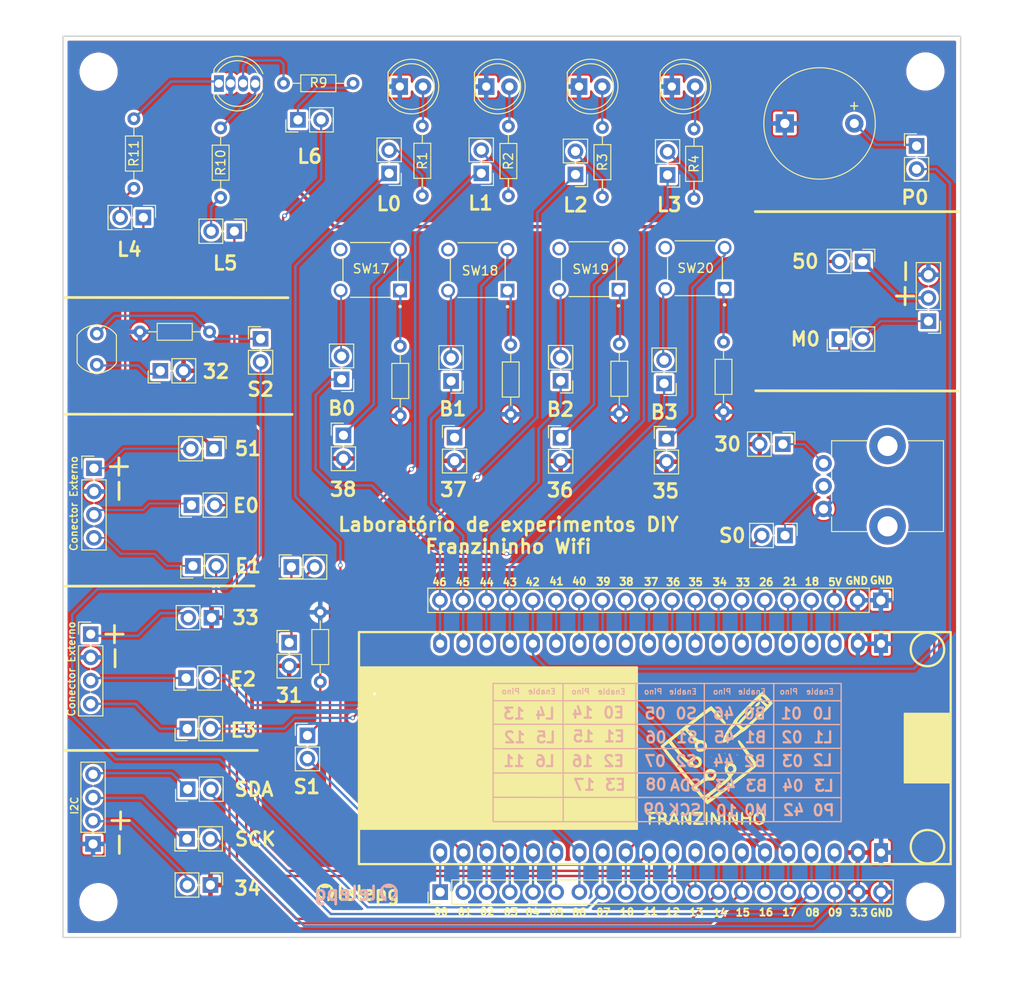
<source format=kicad_pcb>
(kicad_pcb (version 20240108) (generator "pcbnew") (generator_version "8.0")
  (layers (0 "F.Cu" signal) (31 "B.Cu" signal) (34 "B.Paste" user) (35 "F.Paste" user) (36 "B.SilkS" user "B.Silkscreen") (37 "F.SilkS" user "F.Silkscreen") (38 "B.Mask" user) (39 "F.Mask" user) (44 "Edge.Cuts" user))
  (net 0 "")
  (net 1 "GND")
  (net 2 "Net-(EnableE2-Pin_1)")
  (net 3 "Net-(EnableP0-Pin_1)")
  (net 4 "Net-(Enable30-Pin_1)")
  (net 5 "Net-(D1-A)")
  (net 6 "Net-(D2-A)")
  (net 7 "Net-(D3-A)")
  (net 8 "Net-(D4-A)")
  (net 9 "Net-(Enable34-Pin_2)")
  (net 10 "Net-(Enable33-Pin_2)")
  (net 11 "+5V")
  (net 12 "+3.3V")
  (net 13 "8")
  (net 14 "Net-(Enable35-Pin_1)")
  (net 15 "9")
  (net 16 "01")
  (net 17 "Net-(Enable37-Pin_1)")
  (net 18 "02")
  (net 19 "Net-(Enable31-Pin_1)")
  (net 20 "03")
  (net 21 "Net-(Enable32-Pin_1)")
  (net 22 "04")
  (net 23 "Net-(Enable36-Pin_1)")
  (net 24 "05")
  (net 25 "Net-(Enable38-Pin_1)")
  (net 26 "06")
  (net 27 "07")
  (net 28 "10")
  (net 29 "14")
  (net 30 "15")
  (net 31 "11")
  (net 32 "12")
  (net 33 "Net-(Enable51-Pin_2)")
  (net 34 "13")
  (net 35 "Net-(EnableB1-Pin_2)")
  (net 36 "Net-(EnableB2-Pin_2)")
  (net 37 "Net-(EnableB3-Pin_2)")
  (net 38 "Net-(EnableB0-Pin_2)")
  (net 39 "Net-(EnableE1-Pin_1)")
  (net 40 "Net-(EnableE3-Pin_1)")
  (net 41 "Net-(EnableE0-Pin_1)")
  (net 42 "Net-(EnableL0-Pin_2)")
  (net 43 "Net-(EnableL1-Pin_2)")
  (net 44 "Net-(EnableL2-Pin_2)")
  (net 45 "44")
  (net 46 "43")
  (net 47 "42")
  (net 48 "Net-(EnableL3-Pin_2)")
  (net 49 "Net-(EnableL4-Pin_2)")
  (net 50 "41")
  (net 51 "Net-(EnableL5-Pin_2)")
  (net 52 "40")
  (net 53 "39")
  (net 54 "38")
  (net 55 "Net-(EnableL6-Pin_1)")
  (net 56 "37")
  (net 57 "36")
  (net 58 "35")
  (net 59 "34")
  (net 60 "Net-(EnableS1-Pin_1)")
  (net 61 "33")
  (net 62 "26")
  (net 63 "21")
  (net 64 "18")
  (net 65 "Net-(EnableS0-Pin_1)")
  (net 66 "Net-(EnableS2-Pin_1)")
  (net 67 "45")
  (net 68 "46")
  (net 69 "0")
  (net 70 "16")
  (net 71 "17")
  (net 72 "Net-(R5-Pad1)")
  (net 73 "Net-(R6-Pad1)")
  (net 74 "Net-(R7-Pad1)")
  (net 75 "Net-(R8-Pad1)")
  (net 76 "Net-(EnableSCK0-Pin_1)")
  (net 77 "Net-(EnableSDA0-Pin_1)")
  (net 78 "Net-(Enable50-Pin_1)")
  (net 79 "Net-(LED5-RK)")
  (net 80 "Net-(LED5-GK)")
  (net 85 "Net-(LED5-BK)")
  (net 86 "Net-(EnableM0-Pin_2)")
  (footprint "Resistor_THT:R_Axial_DIN0204_L3.6mm_D1.6mm_P7.62mm_Horizontal" (layer "F.Cu") (at 84.7852 37.9476 90)
    (property "Reference" "R3")
    (property "Value" "150Ω" (hide yes))
  )
  (footprint "Connector_PinHeader_2.54mm:PinHeader_1x02_P2.54mm_Vertical" (layer "F.Cu") (at 41.8846 113.2586 -90)
    (property "Reference" "Enable34" (hide yes))
    (property "Value" "Conn_01x02" (hide yes))
  )
  (footprint "Connector_PinHeader_2.54mm:PinHeader_1x02_P2.54mm_Vertical" (layer "F.Cu") (at 42.275 65.5 -90)
    (property "Reference" "Enable51" (hide yes))
    (property "Value" "Conn_01x02" (hide yes))
  )
  (footprint "Resistor_THT:R_Axial_DIN0204_L3.6mm_D1.6mm_P7.62mm_Horizontal" (layer "F.Cu") (at 86.6394 54.0364 -90)
    (property "Reference" "R7" (hide yes))
    (property "Value" "150Ω" (hide yes))
  )
  (footprint "Connector_PinHeader_2.54mm:PinHeader_1x02_P2.54mm_Vertical" (layer "F.Cu") (at 91.5416 58.3488 180)
    (property "Reference" "EnableB3" (hide yes))
    (property "Value" "Conn_01x02" (hide yes))
  )
  (footprint "MountingHole:MountingHole_3.7mm" (layer "F.Cu") (at 29.6418 24.2316)
    (property "Reference" "REF**" (hide yes))
    (property "Value" "MountingHole_3.7mm" (hide yes))
  )
  (footprint "LED_THT:LED_D5.0mm" (layer "F.Cu") (at 62.611 25.8572)
    (property "Reference" "D1" (hide yes))
    (property "Value" "LED1" (hide yes))
  )
  (footprint "FRANZININHO_LAB:Switch" (layer "F.Cu") (at 59.3864 45.9285 180)
    (property "Reference" "SW17")
    (property "Value" "SW_Push_Dual" (hide yes))
  )
  (footprint "FRANZININHO_LAB:Switch" (layer "F.Cu") (at 94.9198 45.7454 180)
    (property "Reference" "SW20")
    (property "Value" "SW_Push_Dual" (hide yes))
  )
  (footprint "Connector_PinHeader_2.54mm:PinHeader_1x02_P2.54mm_Vertical" (layer "F.Cu") (at 39.214 90.6018 90)
    (property "Reference" "EnableE2" (hide yes))
    (property "Value" "Conn_01x02" (hide yes))
  )
  (footprint "LED_THT:LED_D5.0mm" (layer "F.Cu") (at 72.071 25.8572)
    (property "Reference" "D2" (hide yes))
    (property "Value" "LED2" (hide yes))
  )
  (footprint "Resistor_THT:R_Axial_DIN0204_L3.6mm_D1.6mm_P7.62mm_Horizontal" (layer "F.Cu") (at 53.9036 91.0226 90)
    (property "Reference" "R13" (hide yes))
    (property "Value" "10KΩ" (hide yes))
  )
  (footprint "Connector_PinHeader_2.54mm:PinHeader_2x01_P2.54mm_Vertical" (layer "F.Cu") (at 50.744 78.4496)
    (property "Reference" "TH1" (hide yes))
    (property "Value" "Thermistor_NTC" (hide yes))
  )
  (footprint "FRANZININHO_LAB:FRANZININHO_WIFI_PINOUT" (layer "F.Cu") (at 91.1606 98.2726 180)
    (property "Reference" "U3" (hide yes))
    (property "Value" "FRANZININHO_WIFI_PINOUT" (hide yes))
  )
  (footprint "Connector_PinHeader_2.54mm:PinHeader_1x02_P2.54mm_Vertical" (layer "F.Cu") (at 113.275 45 -90)
    (property "Reference" "Enable50" (hide yes))
    (property "Value" "Conn_01x02" (hide yes))
  )
  (footprint "Connector_PinHeader_2.54mm:PinHeader_1x02_P2.54mm_Vertical" (layer "F.Cu") (at 39.968 78.327 90)
    (property "Reference" "EnableE1" (hide yes))
    (property "Value" "Conn_01x02" (hide yes))
  )
  (footprint "MountingHole:MountingHole_3.7mm" (layer "F.Cu") (at 29.6164 115.1382)
    (property "Reference" "REF**" (hide yes))
    (property "Value" "MountingHole_3.7mm" (hide yes))
  )
  (footprint "FRANZININHO_LAB:Logo" (layer "F.Cu") (at 96.393 99.4156)
    (property "Reference" "G***" (hide yes))
    (property "Value" "LOGO" (hide yes))
  )
  (footprint "OptoDevice:R_LDR_5.1x4.3mm_P3.4mm_Vertical" (layer "F.Cu") (at 29.4386 52.91 -90)
    (property "Reference" "LDR1" (hide yes))
    (property "Value" "LDR07" (hide yes))
  )
  (footprint "Connector_PinHeader_2.54mm:PinHeader_1x02_P2.54mm_Vertical" (layer "F.Cu") (at 81.8388 35.4838 180)
    (property "Reference" "EnableL2" (hide yes))
    (property "Value" "Conn_01x02" (hide yes))
  )
  (footprint "Connector_PinHeader_2.54mm:PinHeader_1x02_P2.54mm_Vertical" (layer "F.Cu") (at 104.54 65 -90)
    (property "Reference" "Enable30" (hide yes))
    (property "Value" "Conn_01x02" (hide yes))
  )
  (footprint "Connector_PinHeader_2.54mm:PinHeader_1x02_P2.54mm_Vertical" (layer "F.Cu") (at 119.1768 32.3546)
    (property "Reference" "EnableP0" (hide yes))
    (property "Value" "Conn_01x02" (hide yes))
  )
  (footprint "LOGO" (layer "F.Cu") (at 54.4322 114.0714)
    (property "Reference" "G***" (hide yes))
    (property "Value" "lelepg")
  )
  (footprint "Potentiometer_THT:Potentiometer_Bourns_PTV09A-1_Single_Vertical" (layer "F.Cu") (at 109 72.1)
    (property "Reference" "POT1" (hide yes))
    (property "Value" "1KΩ" (hide yes))
  )
  (footprint "LED_THT:LED_D5.0mm" (layer "F.Cu") (at 92.391 25.8572)
    (property "Reference" "D4" (hide yes))
    (property "Value" "LED4" (hide yes))
  )
  (footprint "Connector_PinHeader_2.54mm:PinHeader_1x04_P2.54mm_Vertical" (layer "F.Cu") (at 29.0322 108.7628 180)
    (property "Reference" "Tela1" (hide yes))
    (property "Value" "Conn_01x04" (hide yes))
  )
  (footprint "Connector_PinHeader_2.54mm:PinHeader_1x02_P2.54mm_Vertical" (layer "F.Cu") (at 68.6054 64.2824)
    (property "Reference" "Enable37" (hide yes))
    (property "Value" "Conn_01x02" (hide yes))
  )
  (footprint "Connector_PinHeader_2.54mm:PinHeader_1x02_P2.54mm_Vertical" (layer "F.Cu") (at 110.725 53.5 90)
    (property "Reference" "EnableM0" (hide yes))
    (property "Value" "Conn_01x02" (hide yes))
  )
  (footprint "Resistor_THT:R_Axial_DIN0204_L3.6mm_D1.6mm_P7.62mm_Horizontal" (layer "F.Cu") (at 43 38 90)
    (property "Reference" "R10")
    (property "Value" "150Ω" (hide yes))
  )
  (footprint "Connector_PinHeader_2.54mm:PinHeader_1x04_P2.54mm_Vertical" (layer "F.Cu") (at 29.1338 67.6402)
    (property "Reference" "Jumpers1" (hide yes))
    (property "Value" "Conn_01x04" (hide yes))
  )
  (footprint "Connector_PinHeader_2.54mm:PinHeader_1x20_P2.54mm_Vertical" (layer "F.Cu") (at 67.0306 114.0333 90)
    (property "Reference" "J2" (hide yes))
    (property "Value" "Conn_01x20" (hide yes))
  )
  (footprint "Connector_PinHeader_2.54mm:PinHeader_1x02_P2.54mm_Vertical" (layer "F.Cu") (at 42 84 -90)
    (property "Reference" "Enable33" (hide yes))
    (property "Value" "Conn_01x02" (hide yes))
  )
  (footprint "Connector_PinHeader_2.54mm:PinHeader_1x02_P2.54mm_Vertical" (layer "F.Cu") (at 52.5 96.885)
    (property "Reference" "EnableS1" (hide yes))
    (property "Value" "Conn_01x02" (hide yes))
  )
  (footprint "Connector_PinHeader_2.54mm:PinHeader_1x04_P2.54mm_Vertical" (layer "F.Cu") (at 28.7782 85.8012)
    (property "Reference" "Jumpers2" (hide yes))
    (property "Value" "Conn_01x04" (hide yes))
  )
  (footprint "Connector_PinHeader_2.54mm:PinHeader_1x02_P2.54mm_Vertical" (layer "F.Cu") (at 80.2132 64.3078)
    (property "Reference" "Enable36" (hide yes))
    (property "Value" "Conn_01x02" (hide yes))
  )
  (footprint "Connector_PinHeader_2.54mm:PinHeader_1x02_P2.54mm_Vertical" (layer "F.Cu") (at 68.2244 58.0898 180)
    (property "Reference" "EnableB1" (hide yes))
    (property "Value" "Conn_01x02" (hide yes))
  )
  (footprint "Connector_PinHeader_2.54mm:PinHeader_1x02_P2.54mm_Vertical" (layer "F.Cu") (at 44.5 41.69 -90)
    (property "Reference" "EnableL5" (hide yes))
    (property "Value" "Conn_01x02" (hide yes))
  )
  (footprint "MountingHole:MountingHole_3.7mm" (layer "F.Cu") (at 120.142 24.2062)
    (property "Reference" "REF**" (hide yes))
    (property "Value" "MountingHole_3.7mm" (hide yes))
  )
  (footprint "Connector_PinHeader_2.54mm:PinHeader_1x02_P2.54mm_Vertical" (layer "F.Cu") (at 39.341 96.139 90)
    (property "Reference" "EnableE3" (hide yes))
    (property "Value" "Conn_01x02" (hide yes))
  )
  (footprint "Connector_PinHeader_2.54mm:PinHeader_1x02_P2.54mm_Vertical" (layer "F.Cu") (at 104.775 75 -90)
    (property "Reference" "EnableS0" (hide yes))
    (property "Value" "Conn_01x02" (hide yes))
  )
  (footprint "Connector_PinHeader_2.54mm:PinHeader_1x20_P2.54mm_Vertical" (layer "F.Cu") (at 115.2652 82.0928 -90)
    (property "Reference" "J1" (hide yes))
    (property "Value" "Conn_01x20" (hide yes))
  )
  (footprint "Resistor_THT:R_Axial_DIN0204_L3.6mm_D1.6mm_P7.62mm_Horizontal" (layer "F.Cu") (at 62.6618 54.2745 -90)
    (property "Reference" "R5" (hide yes))
    (property "Value" "150Ω" (hide yes))
  )
  (footprint "Connector_PinHeader_2.54mm:PinHeader_1x02_P2.54mm_Vertical" (layer "F.Cu") (at 56.4388 64.0284)
    (property "Reference" "Enable38" (hide yes))
    (property "Value" "Conn_01x02" (hide yes))
  )
  (footprint "Resistor_THT:R_Axial_DIN0204_L3.6mm_D1.6mm_P7.62mm_Horizontal" (layer "F.Cu") (at 41.783 52.705 180)
    (property "Reference" "R12" (hide yes))
    (property "Value" "10KΩ" (hide yes))
  )
  (footprint "Connector_PinHeader_2.54mm:PinHeader_1x03_P2.54mm_Vertical" (layer "F.Cu") (at 120.4722 51.5366 180)
    (property "Reference" "M1" (hide yes))
    (property "Value" "Motor_Servo" (hide yes))
  )
  (footprint "FRANZININHO_LAB:Switch" (layer "F.Cu") (at 71.1454 45.9486 180)
    (property "Reference" "SW18")
    (property "Value" "SW_Push_Dual" (hide yes))
  )
  (footprint "Connector_PinHeader_2.54mm:PinHeader_1x02_P2.54mm_Vertical" (layer "F.Cu") (at 47.371 53.467)
    (property "Reference" "EnableS2" (hide yes))
    (property "Value" "Conn_01x02" (hide yes))
  )
  (footprint "MountingHole:MountingHole_3.7mm" (layer "F.Cu") (at 120.142 115.0874)
    (property "Reference" "REF**" (hide yes))
    (property "Value" "MountingHole_3.7mm" (hide yes))
  )
  (footprint "Resistor_THT:R_Axial_DIN0204_L3.6mm_D1.6mm_P7.62mm_Horizontal" (layer "F.Cu") (at 74.7522 54.1168 -90)
    (property "Reference" "R6" (hide yes))
    (property "Value" "150Ω" (hide yes))
  )
  (footprint "Connector_PinHeader_2.54mm:PinHeader_1x02_P2.54mm_Vertical" (layer "F.Cu") (at 91.7956 64.389)
    (property "Reference" "Enable35" (hide yes))
    (property "Value" "Conn_01x02" (hide yes))
  )
  (footprint "Resistor_THT:R_Axial_DIN0204_L3.6mm_D1.6mm_P7.62mm_Horizontal" (layer "F.Cu") (at 98.044 53.8232 -90)
    (property "Reference" "R8" (hide yes))
    (property "Value" "150Ω" (hide yes))
  )
  (footprint "Connector_PinHeader_2.54mm:PinHeader_1x02_P2.54mm_Vertical" (layer "F.Cu") (at 91.9226 35.5346 180)
    (property "Reference" "EnableL3" (hide yes))
    (property "Value" "Conn_01x02" (hide yes))
  )
  (footprint "Buzzer_Beeper:Buzzer_12x9.5RM7.6" (layer "F.Cu") (at 104.7596 29.8958)
    (property "Reference" "Buzzer1" (hide yes))
    (property "Value" "Speaker" (hide yes))
  )
  (footprint "Resistor_THT:R_Axial_DIN0204_L3.6mm_D1.6mm_P7.62mm_Horizontal" (layer "F.Cu") (at 33.5 37 90)
    (property "Reference" "R11")
    (property "Value" "150Ω" (hide yes))
  )
  (footprint "Connector_PinHeader_2.54mm:PinHeader_1x02_P2.54mm_Vertical" (layer "F.Cu") (at 56.2356 57.912 180)
    (property "Reference" "EnableB0" (hide yes))
    (property "Value" "Conn_01x02" (hide yes))
  )
  (footprint "Resistor_THT:R_Axial_DIN0204_L3.6mm_D1.6mm_P7.62mm_Horizontal" (layer "F.Cu") (at 65.0748 37.7952 90)
    (property "Reference" "R1")
    (property "Value" "150Ω" (hide yes))
  )
  (footprint "Connector_PinHeader_2.54mm:PinHeader_1x02_P2.54mm_Vertical" (layer "F.Cu") (at 39.8106 71.6722 90)
    (property "Reference" "EnableE0" (hide yes))
    (property "Value" "Conn_01x02" (hide yes))
  )
  (footprint "FRANZININHO_LAB:Switch" (layer "F.Cu") (at 83.312 45.847 180)
    (property "Reference" "SW19")
    (property "Value" "SW_Push_Dual" (hide yes))
  )
  (footprint "LED_THT:LED_D5.0mm-4_RGB" (layer "F.Cu") (at 42.926 25.527)
    (property "Reference" "LED5" (hide yes))
    (property "Value" "LED_RGBA" (hide yes))
  )
  (footprint "Connector_PinHeader_2.54mm:PinHeader_1x02_P2.54mm_Vertical" (layer "F.Cu") (at 50.5 86.725)
    (property "Reference" "Enable31" (hide yes))
    (property "Value" "Conn_01x02" (hide yes))
  )
  (footprint "Connector_PinHeader_2.54mm:PinHeader_1x02_P2.54mm_Vertical" (layer "F.Cu") (at 80.2132 58.0694 180)
    (property "Reference" "EnableB2" (hide yes))
    (property "Value" "Conn_01x02" (hide yes))
  )
  (footprint "Connector_PinHeader_2.54mm:PinHeader_1x02_P2.54mm_Vertical" (layer "F.Cu") (at 34.54 40.19 -90)
    (property "Reference" "EnableL4" (hide yes))
    (property "Value" "Conn_01x02" (hide yes))
  )
  (footprint "Resistor_THT:R_Axial_DIN0204_L3.6mm_D1.6mm_P7.62mm_Horizontal" (layer "F.Cu") (at 94.8182 38.1254 90)
    (property "Reference" "R4")
    (property "Value" "150Ω" (hide yes))
  )
  (footprint "Connector_PinHeader_2.54mm:PinHeader_1x02_P2.54mm_Vertical" (layer "F.Cu") (at 39.3192 108.204 90)
    (property "Reference" "EnableSCK0" (hide yes))
    (property "Value" "Conn_01x02" (hide yes))
  )
  (footprint "Connector_PinHeader_2.54mm:PinHeader_1x02_P2.54mm_Vertical" (layer "F.Cu") (at 36.3982 56.9722 90)
    (property "Reference" "Enable32" (hide yes))
    (property "Value" "Conn_01x02" (hide yes))
  )
  (footprint "Resistor_THT:R_Axial_DIN0204_L3.6mm_D1.6mm_P7.62mm_Horizontal" (layer "F.Cu") (at 57.5 25.5 180)
    (property "Reference" "R9")
    (property "Value" "150Ω" (hide yes))
  )
  (footprint "LED_THT:LED_D5.0mm" (layer "F.Cu") (at 82.231 25.8572)
    (property "Reference" "D3" (hide yes))
    (property "Value" "LED3" (hide yes))
  )
  (footprint "Connector_PinHeader_2.54mm:PinHeader_1x02_P2.54mm_Vertical" (layer "F.Cu") (at 51.46 29.5 90)
    (property "Reference" "EnableL6" (hide yes))
    (property "Value" "Conn_01x02" (hide yes))
  )
  (footprint "Connector_PinHeader_2.54mm:PinHeader_1x02_P2.54mm_Vertical" (layer "F.Cu") (at 39.3954 102.7684 90)
    (property "Reference" "EnableSDA0" (hide yes))
    (property "Value" "Conn_01x02" (hide yes))
  )
  (footprint "Connector_PinHeader_2.54mm:PinHeader_1x02_P2.54mm_Vertical" (layer "F.Cu") (at 71.5264 35.3568 180)
    (property "Reference" "EnableL1" (hide yes))
    (property "Value" "Conn_01x02" (hide yes))
  )
  (footprint "Resistor_THT:R_Axial_DIN0204_L3.6mm_D1.6mm_P7.62mm_Horizontal" (layer "F.Cu") (at 74.4982 30.2006 -90)
    (property "Reference" "R2")
    (property "Value" "150Ω" (hide yes))
  )
  (footprint "Connector_PinHeader_2.54mm:PinHeader_1x02_P2.54mm_Vertical" (layer "F.Cu") (at 61.4426 35.3568 180)
    (property "Reference" "EnableL0" (hide yes))
    (property "Value" "Conn_01x02" (hide yes))
  )
  (footprint "LOGO" (layer "B.Cu") (at 61.3918 114.0714 180)
    (property "Reference" "G***" (hide yes))
    (property "Value" "lelepg")
  )
  (gr_line (start 80.5194 93.095) (end 110.8694 93.095) (stroke (width 0.15)) (layer "B.SilkS"))
  (gr_line (start 110.9194 103.695) (end 72.8486 103.6568) (stroke (width 0.15)) (layer "B.SilkS"))
  (gr_line (start 103.5318 106.2984) (end 103.5444 91.195) (stroke (width 0.15)) (layer "B.SilkS"))
  (gr_line (start 110.8694 100.995) (end 72.8486 100.995) (stroke (width 0.15)) (layer "B.SilkS"))
  (gr_line (start 95.9372 106.3238) (end 95.9444 91.195) (stroke (width 0.15)) (layer "B.SilkS"))
  (gr_rect (start 72.8232 91.195) (end 110.9194 106.3238) (stroke (width 0.15)) (fill none) (layer "B.SilkS"))
  (gr_line (start 72.8486 98.3482) (end 110.8694 98.295) (stroke (width 0.15)) (layer "B.SilkS"))
  (gr_line (start 72.8486 95.6558) (end 110.7444 95.695) (stroke (width 0.15)) (layer "B.SilkS"))
  (gr_line (start 80.494 106.3238) (end 80.4758 91.1974) (stroke (width 0.15)) (layer "B.SilkS"))
  (gr_line (start 72.8486 93.0904) (end 95.4008 93.0974) (stroke (width 0.15)) (layer "B.SilkS"))
  (gr_line (start 88.4442 106.2476) (end 88.4444 91.195) (stroke (width 0.15)) (layer "B.SilkS"))
  (gr_line (start 46.6598 80.518) (end 25.9842 80.5434) (stroke (width 0.3)) (layer "F.SilkS"))
  (gr_line (start 25.9842 48.9458) (end 50.3682 48.9712) (stroke (width 0.3)) (layer "F.SilkS"))
  (gr_line (start 47.0154 98.5266) (end 25.9842 98.5266) (stroke (width 0.3)) (layer "F.SilkS"))
  (gr_line (start 101.5746 59.1566) (end 123.698 59.182) (stroke (width 0.3)) (layer "F.SilkS"))
  (gr_line (start 101.5238 39.5478) (end 123.7488 39.5478) (stroke (width 0.3)) (layer "F.SilkS"))
  (gr_line (start 25.9842 61.722) (end 50.8254 61.7474) (stroke (width 0.3)) (layer "F.SilkS"))
  (gr_rect (start 25.7408 20.3454) (end 124 119) (stroke (width 0.15)) (fill none) (layer "Edge.Cuts"))
  (gr_text "L0" (at 108.8694 94.495 0) (layer "B.SilkS") (effects (font (size 1.2 1.2) (thickness 0.25)) (justify mirror)))
  (gr_text "E1" (at 86.0944 96.995 0) (layer "B.SilkS") (effects (font (size 1.2 1.2) (thickness 0.25)) (justify mirror)))
  (gr_text "L6" (at 78.5008 99.6974 0) (layer "B.SilkS") (effects (font (size 1.2 1.2) (thickness 0.25)) (justify mirror)))
  (gr_text "46" (at 98.0694 94.495 0) (layer "B.SilkS") (effects (font (size 1.2 1.2) (thickness 0.25)) (justify mirror)))
  (gr_text "S2" (at 93.9694 99.695 0) (layer "B.SilkS") (effects (font (size 1.2 1.2) (thickness 0.25)) (justify mirror)))
  (gr_text "03" (at 105.5944 99.695 0) (layer "B.SilkS") (effects (font (size 1.2 1.2) (thickness 0.25)) (justify mirror)))
  (gr_text "P0" (at 108.9944 105.095 0) (layer "B.SilkS") (effects (font (size 1.2 1.2) (thickness 0.25)) (justify mirror)))
  (gr_text "15" (at 82.6944 96.995 0) (layer "B.SilkS") (effects (font (size 1.2 1.2) (thickness 0.25)) (justify mirror)))
  (gr_text "S0" (at 93.9694 94.495 0) (layer "B.SilkS") (effects (font (size 1.2 1.2) (thickness 0.25)) (justify mirror)))
  (gr_text "L2" (at 108.8944 99.595 0) (layer "B.SilkS") (effects (font (size 1.2 1.2) (thickness 0.25)) (justify mirror)))
  (gr_text "09" (at 90.4254 104.9776 0) (layer "B.SilkS") (effects (font (size 1.2 1.2) (thickness 0.25)) (justify mirror)))
  (gr_text "Pino" (at 105.1944 92.095 0) (layer "B.SilkS") (effects (font (size 0.6 0.6) (thickness 0.125)) (justify mirror)))
  (gr_text "45" (at 98.1444 97.095 0) (layer "B.SilkS") (effects (font (size 1.2 1.2) (thickness 0.25)) (justify mirror)))
  (gr_text "17" (at 82.7944 102.295 0) (layer "B.SilkS") (effects (font (size 1.2 1.2) (thickness 0.25)) (justify mirror)))
  (gr_text "43" (at 98.2444 102.395 0) (layer "B.SilkS") (effects (font (size 1.2 1.2) (thickness 0.25)) (justify mirror)))
  (gr_text "10" (at 98.3756 105.13 0) (layer "B.SilkS") (effects (font (size 1.2 1.2) (thickness 0.25)) (justify mirror)))
  (gr_text "42" (at 105.7162 105.0538 0) (layer "B.SilkS") (effects (font (size 1.2 1.2) (thickness 0.25)) (justify mirror)))
  (gr_text "SDA" (at 93.9052 102.3614 0) (layer "B.SilkS") (effects (font (size 1.2 1.2) (thickness 0.25)) (justify mirror)))
  (gr_text "B2" (at 101.4694 99.695 0) (layer "B.SilkS") (effects (font (size 1.2 1.2) (thickness 0.25)) (justify mirror)))
  (gr_text "11" (at 75.1008 99.6974 0) (layer "B.SilkS") (effects (font (size 1.2 1.2) (thickness 0.25)) (justify mirror)))
  (gr_text "08" (at 90.654 102.2598 0) (layer "B.SilkS") (effects (font (size 1.2 1.2) (thickness 0.25)) (justify mirror)))
  (gr_text "12" (at 75.1758 97.0974 0) (layer "B.SilkS") (effects (font (size 1.2 1.2) (thickness 0.25)) (justify mirror)))
  (gr_text "L3" (at 109.0444 102.395 0) (layer "B.SilkS") (effects (font (size 1.2 1.2) (thickness 0.25)) (justify mirror)))
  (gr_text "Enable" (at 78.1536 92.0744 0) (layer "B.SilkS") (effects (font (size 0.6 0.6) (thickness 0.125)) (justify mirror)))
  (gr_text "44" (at 98.0694 99.695 0) (layer "B.SilkS") (effects (font (size 1.2 1.2) (thickness 0.25)) (justify mirror)))
  (gr_text "06" (at 90.6444 97.095 0) (layer "B.SilkS") (effects (font (size 1.2 1.2) (thickness 0.25)) (justify mirror)))
  (gr_text "Enable" (at 85.7944 92.095 0) (layer "B.SilkS") (effects (font (size 0.6 0.6) (thickness 0.125)) (justify mirror)))
  (gr_text "L1" (at 108.9444 97.095 0) (layer "B.SilkS") (effects (font (size 1.2 1.2) (thickness 0.25)) (justify mirror)))
  (gr_text "04" (at 105.6444 102.395 0) (layer "B.SilkS") (effects (font (size 1.2 1.2) (thickness 0.25)) (justify mirror)))
  (gr_text "Enable" (at 93.5944 92.095 0) (layer "B.SilkS") (effects (font (size 0.6 0.6) (thickness 0.125)) (justify mirror)))
  (gr_text "E3" (at 86.1944 102.295 0) (layer "B.SilkS") (effects (font (size 1.2 1.2) (thickness 0.25)) (justify mirror)))
  (gr_text "14" (at 82.6194 94.395 0) (layer "B.SilkS") (effects (font (size 1.2 1.2) (thickness 0.25)) (justify mirror)))
  (gr_text "B1" (at 101.5444 97.095 0) (layer "B.SilkS") (effects (font (size 1.2 1.2) (thickness 0.25)) (justify mirror)))
  (gr_text "Pino" (at 74.7536 92.0744 0) (layer "B.SilkS") (effects (font (size 0.6 0.6) (thickness 0.125)) (justify mirror)))
  (gr_text "SCK" (at 93.8036 105.0538 0) (layer "B.SilkS") (effects (font (size 1.2 1.2) (thickness 0.25)) (justify mirror)))
  (gr_text "B0" (at 101.4694 94.495 0) (layer "B.SilkS") (effects (font (size 1.2 1.2) (thickness 0.25)) (justify mirror)))
  (gr_text "E0" (at 86.0194 94.395 0) (layer "B.SilkS") (effects (font (size 1.2 1.2) (thickness 0.25)) (justify mirror)))
  (gr_text "16" (at 82.5944 99.695 0) (layer "B.SilkS") (effects (font (size 1.2 1.2) (thickness 0.25)) (justify mirror)))
  (gr_text "Pino" (at 90.3444 92.095 0) (layer "B.SilkS") (effects (font (size 0.6 0.6) (thickness 0.125)) (justify mirror)))
  (gr_text "02" (at 105.5444 97.095 0) (layer "B.SilkS") (effects (font (size 1.2 1.2) (thickness 0.25)) (justify mirror)))
  (gr_text "05" (at 90.5694 94.495 0) (layer "B.SilkS") (effects (font (size 1.2 1.2) (thickness 0.25)) (justify mirror)))
  (gr_text "Enable" (at 101.1444 92.095 0) (layer "B.SilkS") (effects (font (size 0.6 0.6) (thickness 0.125)) (justify mirror)))
  (gr_text "13" (at 75.1008 94.4974 0) (layer "B.SilkS") (effects (font (size 1.2 1.2) (thickness 0.25)) (justify mirror)))
  (gr_text "M0" (at 101.5944 105.095 0) (layer "B.SilkS") (effects (font (size 1.2 1.2) (thickness 0.25)) (justify mirror)))
  (gr_text "07" (at 90.5694 99.695 0) (layer "B.SilkS") (effects (font (size 1.2 1.2) (thickness 0.25)) (justify mirror)))
  (gr_text "Pino" (at 82.3944 92.095 0) (layer "B.SilkS") (effects (font (size 0.6 0.6) (thickness 0.125)) (justify mirror)))
  (gr_text "B3" (at 101.6444 102.395 0) (layer "B.SilkS") (effects (font (size 1.2 1.2) (thickness 0.25)) (justify mirror)))
  (gr_text "E2" (at 86.0194 99.695 0) (layer "B.SilkS") (effects (font (size 1.2 1.2) (thickness 0.25)) (justify mirror)))
  (gr_text "L5" (at 78.5758 97.0974 0) (layer "B.SilkS") (effects (font (size 1.2 1.2) (thickness 0.25)) (justify mirror)))
  (gr_text "Enable" (at 108.5944 92.095 0) (layer "B.SilkS") (effects (font (size 0.6 0.6) (thickness 0.125)) (justify mirror)))
  (gr_text "Pino" (at 97.8944 92.095 0) (layer "B.SilkS") (effects (font (size 0.6 0.6) (thickness 0.125)) (justify mirror)))
  (gr_text "L4" (at 78.5008 94.4974 0) (layer "B.SilkS") (effects (font (size 1.2 1.2) (thickness 0.25)) (justify mirror)))
  (gr_text "01" (at 105.4694 94.495 0) (layer "B.SilkS") (effects (font (size 1.2 1.2) (thickness 0.25)) (justify mirror)))
  (gr_text "S1" (at 94.0444 97.095 0) (layer "B.SilkS") (effects (font (size 1.2 1.2) (thickness 0.25)) (justify mirror)))
  (gr_text "13" (at 94.1832 116.713 0) (layer "F.SilkS") (effects (font (size 0.8 0.8) (thickness 0.2) (bold yes)) (justify left bottom)))
  (gr_text "09" (at 109.3724 116.7384 0) (layer "F.SilkS") (effects (font (size 0.8 0.8) (thickness 0.2) (bold yes)) (justify left bottom)))
  (gr_text "E2" (at 45.4746 90.7288 0) (layer "F.SilkS") (effects (font (size 1.5 1.5) (thickness 0.3))))
  (gr_text "39\n" (at 83.9978 80.518 0) (layer "F.SilkS") (effects (font (size 0.8 0.8) (thickness 0.2) (bold yes)) (justify left bottom)))
  (gr_text "L1" (at 71.4502 38.6146 0) (layer "F.SilkS") (effects (font (size 1.5 1.5) (thickness 0.3))))
  (gr_text "35" (at 94.107 80.5688 0) (layer "F.SilkS") (effects (font (size 0.8 0.8) (thickness 0.2) (bold yes)) (justify left bottom)))
  (gr_text "36" (at 91.6432 80.5688 0) (layer "F.SilkS") (effects (font (size 0.8 0.8) (thickness 0.2) (bold yes)) (justify left bottom)))
  (gr_text "GND" (at 115.321 79.9084 0) (layer "F.SilkS") (effects (font (size 0.8 0.8) (thickness 0.2) (bold yes))))
  (gr_text "41" (at 78.867 80.4926 0) (layer "F.SilkS") (effects (font (size 0.8 0.8) (thickness 0.2) (bold yes)) (justify left bottom)))
  (gr_text "SDA" (at 46.64 102.7938 0) (layer "F.SilkS") (effects (font (size 1.5 1.5) (thickness 0.3))))
  (gr_text "-" (at 32.7152 86.6902 90) (layer "F.SilkS") (effects (font (size 2.5 2.5) (thickness 0.3) (bold yes)) (justify left bottom mirror)))
  (gr_text "B0" (at 56.261 61.0682 0) (layer "F.SilkS") (effects (font (size 1.5 1.5) (thickness 0.3))))
  (gr_text "E0" (at 45.7716 71.723 0) (layer "F.SilkS") (effects (font (size 1.5 1.5) (thickness 0.3))))
  (gr_text "B2" (at 80.1878 61.1952 0) (layer "F.SilkS") (effects (font (size 1.5 1.5) (thickness 0.3))))
  (gr_text "02" (at 71.2724 116.6368 0) (layer "F.SilkS") (effects (font (size 0.8 0.8) (thickness 0.2) (bold yes)) (justify left bottom)))
  (gr_text "-" (at 33.147 68.3768 90) (layer "F.SilkS") (effects (font (size 2.5 2.5) (thickness 0.3) (bold yes)) (justify left bottom mirror)))
  (gr_text "L0" (at 61.4172 38.6908 0) (layer "F.SilkS") (effects (font (size 1.5 1.5) (thickness 0.3))))
  (gr_text "26" (at 101.8286 80.5688 0) (layer "F.SilkS") (effects (font (size 0.8 0.8) (thickness 0.2) (bold yes)) (justify left bottom)))
  (gr_text "37" (at 68.4784 69.9886 0) (layer "F.SilkS") (effects (font (size 1.5 1.5) (thickness 0.3))))
  (gr_text "5V" (at 109.3978 80.5688 0) (layer "F.SilkS") (effects (font (size 0.8 0.8) (thickness 0.2) (bold yes)) (justify left bottom)))
  (gr_text "GND" (at 112.6286 79.9592 0) (layer "F.SilkS") (effects (font (size 0.8 0.8) (thickness 0.2) (bold yes))))
  (gr_text "43" (at 73.7616 80.5942 0) (layer "F.SilkS") (effects (font (size 0.8 0.8) (thickness 0.2) (bold yes)) (justify left bottom)))
  (gr_text "07" (at 83.9978 116.713 0) (layer "F.SilkS") (effects (font (size 0.8 0.8) (thickness 0.2) (bold yes)) (justify left bottom)))
  (gr_text "35" (at 91.7194 70.136 0) (layer "F.SilkS") (effects (font (size 1.5 1.5) (thickness 0.3))))
  (gr_text "14" (at 96.7994 116.7638 0) (layer "F.SilkS") (effects (font (size 0.8 0.8) (thickness 0.2) (bold yes)) (justify left bottom)))
  (gr_text "17" (at 104.3686 116.713 0) (layer "F.SilkS") (effects (font (size 0.8 0.8) (thickness 0.2) (bold yes)) (justify left bottom)))
  (gr_text "GND" (at 115.3414 116.3066 0) (layer "F.SilkS") (effects (font (size 0.8 0.8) (thickness 0.2) (bold yes))))
  (gr_text "+" (at 30.3022 104.9274 180) (layer "F.SilkS") (effects (font (size 2.5 2.5) (thickness 0.3) (bold yes)) (justify left bottom mirror)))
  (gr_text "SCK" (at 46.7874 108.2294 0) (layer "F.SilkS") (effects (font (size 1.5 1.5) (thickness 0.3))))
  (gr_text "44" (at 71.2216 80.5942 0) (layer "F.SilkS") (effects (font (size 0.8 0.8) (thickness 0.2) (bold yes)) (justify left bottom)))
  (gr_text "L6" (at 52.735 33.5 0) (layer "F.SilkS") (effects (font (size 1.5 1.5) (thickness 0.3))))
  (gr_text "L2" (at 81.8388 38.8178 0) (layer "F.SilkS") (effects (font (size 1.5 1.5) (thickness 0.3))))
  (gr_text "30" (at 98.5 65 0) (layer "F.SilkS") (effects (font (size 1.5 1.5) (thickness 0.3))))
  (gr_text "46" (at 66.0654 80.5688 0) (layer "F.SilkS") (effects (font (size 0.8 0.8) (thickness 0.2) (bold yes)) (justify left bottom)))
  (gr_text "S1" (at 52.4238 102.5 0) (layer "F.SilkS") (effects (font (size 1.5 1.5) (thickness 0.3))))
  (gr_text "42" (at 76.2508 80.5688 0) (layer "F.SilkS") (effects (font (size 0.8 0.8) (thickness 0.2) (bold yes)) (justify left bottom)))
  (gr_text "36" (at 80.1624 70.0344 0) (layer "F.SilkS") (effects (font (size 1.5 1.5) (thickness 0.3))))
  (gr_text "33" (at 99.2886 80.5942 0) (layer "F.SilkS") (effects (font (size 0.8 0.8) (thickness 0.2) (bold yes)) (justify left bottom)))
  (gr_text "34" (at 45.9492 113.6142 0) (layer "F.SilkS") (effects (font (size 1.5 1.5) (thickness 0.3))))
  (gr_text "03" (at 73.8632 116.6876 0) (layer "F.SilkS") (effects (font (size 0.8 0.8) (thickness 0.2) (bold yes)) (justify left bottom)))
  (gr_text "33" (at 45.7372 84 0) (layer "F.SilkS") (effects (font (size 1.5 1.5) (thickness 0.3))))
  (gr_text "31" (at 50.5 92.5 0) (layer "F.SilkS") (effects (font (size 1.5 1.5) (thickness 0.3))))
  (gr_text "B3" (at 91.567 61.5 0) (layer "F.SilkS") (effects (font (size 1.5 1.5) (thickness 0.3))))
  (gr_text "32" (at 42.5 57.0484 0) (layer "F.SilkS") (effects (font (size 1.5 1.5) (thickness 0.3))))
  (gr_text "51" (at 46 65.5 0) (layer "F.SilkS") (effects (font (size 1.5 1.5) (thickness 0.3))))
  (gr_text "+" (at 33.6042 68.7324 0) (layer "F.SilkS") (effects (font (size 2.5 2.5) (thickness 0.3) (bold yes)) (justify left bottom mirror)))
  (gr_text "12" (at 91.5924 116.6876 0) (layer "F.SilkS") (effects (font (size 0.8 0.8) (thickness 0.2) (bold yes)) (justify left bottom)))
  (gr_text "3.3" (at 111.7854 116.7384 0) (layer "F.SilkS") (effects (font (size 0.8 0.8) (thickness 0.2) (bold yes)) (justify left bottom)))
  (gr_text "37\n" (at 89.2302 80.5434 0) (layer "F.SilkS") (effects (font (size 0.8 0.8) (thickness 0.2) (bold yes)) (justify left bottom)))
  (gr_text "34\n" (at 96.7486 80.5688 0) (layer "F.SilkS") (effects (font (size 0.8 0.8) (thickness 0.2) (bold yes)) (justify left bottom)))
  (gr_text "-" (at 30.6324 110.5916 -90) (layer "F.SilkS") (effects (font (size 2.5 2.5) (thickness 0.3) (bold yes)) (justify left bottom mirror)))
  (gr_text "08" (at 106.8832 116.7384 0) (layer "F.SilkS") (effects (font (size 0.8 0.8) (thickness 0.2) (bold yes)) (justify left bottom)))
  (gr_text "E3" (at 45.5 96.3168 0) (layer "F.SilkS") (effects (font (size 1.5 1.5) (thickness 0.3))))
  (gr_text "18" (at 106.8324 80.518 0) (layer "F.SilkS") (effects (font (size 0.8 0.8) (thickness 0.2) (bold yes)) (justify left bottom)))
  (gr_text "38\n" (at 86.5124 80.518 0) (layer "F.SilkS") (effects (font (size 0.8 0.8) (thickness 0.2) (bold yes)) (justify left bottom)))
  (gr_text "-" (at 119.258 44.323 90) (layer "F.SilkS") (effects (font (size 2.5 2.5) (thickness 0.3) (bold yes)) (justify left bottom mirror)))
  (gr_text "50" (at 107 45 0) (layer "F.SilkS") (effects (font (size 1.5 1.5) (thickness 0.3))))
  (gr_text "M0" (at 107 53.5 0) (layer "F.SilkS") (effects (font (size 1.5 1.5) (thickness 0.3))))
  (gr_text "S0" (at 99 75 0) (layer "F.SilkS") (effects (font (size 1.5 1.5) (thickness 0.3))))
  (gr_text "38" (at 56.4134 69.9582 0) (layer "F.SilkS") (effects (font (size 1.5 1.5) (thickness 0.3))))
  (gr_text "+" (at 33.1216 87.0712 0) (layer "F.SilkS") (effects (font (size 2.5 2.5) (thickness 0.3) (bold yes)) (justify left bottom mirror)))
  (gr_text "04" (at 76.2508 116.713 0) (layer "F.SilkS") (effects (font (size 0.8 0.8) (thickness 0.2) (bold yes)) (justify left bottom)))
  (gr_text "E1" (at 46.0052 78.327 0) (layer "F.SilkS") (effects (font (size 1.5 1.5) (thickness 0.3))))
  (gr_text "S2" (at 47.371 59 0) (layer "F.SilkS") (effects (font (size 1.5 1.5) (thickness 0.3))))
  (gr_text "P0" (at 119 38 0) (layer "F.SilkS") (effects (font (size 1.5 1.5) (thickness 0.3))))
  (gr_text "05" (at 78.867 116.713 0) (layer "F.SilkS") (effects (font (size 0.8 0.8) (thickness 0.2) (bold yes)) (justify left bottom)))
  (gr_text "+" (at 119.6644 50.0634 0) (layer "F.SilkS") (effects (font (size 2.5 2.5) (thickness 0.3) (bold yes)) (justify left bottom mirror)))
  (gr_text "16" (at 101.8032 116.713 0) (layer "F.SilkS") (effects (font (size 0.8 0.8) (thickness 0.2) (bold yes)) (justify left bottom)))
  (gr_text "Conector Externo" (at 26.924 71.501 90) (layer "F.SilkS") (effects (font (size 0.8 0.8))))
  (gr_text "Conector Externo" (at 26.67 89.6112 90) (layer "F.SilkS") (effects (font (size 0.8 0.8))))
  (gr_text "15" (at 99.2632 116.7384 0) (layer "F.SilkS") (effects (font (size 0.8 0.8) (thickness 0.2) (bold yes)) (justify left bottom)))
  (gr_text "00" (at 66.2178 116.6622 0) (layer "F.SilkS") (effects (font (size 0.8 0.8) (thickness 0.2) (bold yes)) (justify left bottom)))
  (gr_text "40\n" (at 81.3562 80.4926 0) (layer "F.SilkS") (effects (font (size 0.8 0.8) (thickness 0.2) (bold yes)) (justify left bottom)))
  (gr_text "01" (at 68.834 116.6876 0) (layer "F.SilkS") (effects (font (size 0.8 0.8) (thickness 0.2) (bold yes)) (justify left bottom)))
  (gr_text "I2C" (at 27.0002 104.5718 90) (layer "F.SilkS") (effects (font (size 0.8 0.8))))
  (gr_text "B1" (at 68.4022 61.1444 0) (layer "F.SilkS") (effects (font (size 1.5 1.5) (thickness 0.3))))
  (gr_text "21" (at 104.4448 80.518 0) (layer "F.SilkS") (effects (font (size 0.8 0.8) (thickness 0.2) (bold yes)) (justify left bottom)))
  (gr_text "L5" (at 43.5 45.19 0) (layer "F.SilkS") (effects (font (size 1.5 1.5) (thickness 0.3))))
  (gr_text "10" (at 86.5886 116.6876 0) (layer "F.SilkS") (effects (font (size 0.8 0.8) (thickness 0.2) (bold yes)) (justify left bottom)))
  (gr_text "45" (at 68.6054 80.5688 0) (layer "F.SilkS") (effects (font (size 0.8 0.8) (thickness 0.2) (bold yes)) (justify left bottom)))
  (gr_text "L3" (at 92.1004 38.7924 0) (layer "F.SilkS") (effects (font (size 1.5 1.5) (thickness 0.3))))
  (gr_text "L4" (at 33 43.69 0) (layer "F.SilkS") (effects (font (size 1.5 1.5) (thickness 0.3))))
  (gr_text "11" (at 89.1794 116.6368 0) (layer "F.SilkS") (effects (font (size 0.8 0.8) (thickness 0.2) (bold yes)) (justify left bottom)))
  (gr_text "Laboratório de experimentos DIY\nFranzininho Wifi" (at 74.5 75 0) (layer "F.SilkS") (effects (font (size 1.5 1.5) (thickness 0.3))))
  (gr_text "06" (at 81.3562 116.713 0) (layer "F.SilkS") (effects (font (size 0.8 0.8) (thickness 0.2) (bold yes)) (justify left bottom)))
  (segment (start 115.2906 114.0333) (end 115.2906 109.7026) (width 0.254) (layer "B.Cu") (net 1))
  (segment (start 112.7506 86.8426) (end 112.7506 82.1182) (width 0.254) (layer "B.Cu") (net 1))
  (segment (start 115.2652 82.0928) (end 115.2652 86.8172) (width 0.254) (layer "B.Cu") (net 1))
  (segment (start 39.214 90.6018) (end 36.2712 90.6018) (width 0.25) (layer "B.Cu") (net 2))
  (segment (start 36.2712 90.6018) (end 29.0576 90.6018) (width 0.254) (layer "B.Cu") (net 2))
  (segment (start 29.0576 90.6018) (end 28.7782 90.8812) (width 0.254) (layer "B.Cu") (net 2))
  (segment (start 114.6964 32.2326) (end 119.0548 32.2326) (width 0.254) (layer "B.Cu") (net 3))
  (segment (start 119.0548 32.2326) (end 119.1768 32.3546) (width 0.254) (layer "B.Cu") (net 3))
  (segment (start 112.3596 29.8958) (end 114.6964 32.2326) (width 0.254) (layer "B.Cu") (net 3))
  (segment (start 104.54 65) (end 106.9 65) (width 0.2) (layer "B.Cu") (net 4))
  (segment (start 106.9 65) (end 109 67.1) (width 0.2) (layer "B.Cu") (net 4))
  (segment (start 65.151 30.099) (end 65.0748 30.1752) (width 0.254) (layer "B.Cu") (net 5))
  (segment (start 65.151 25.8572) (end 65.151 30.099) (width 0.254) (layer "B.Cu") (net 5))
  (segment (start 74.611 30.0878) (end 74.4982 30.2006) (width 0.254) (layer "B.Cu") (net 6))
  (segment (start 74.611 25.8572) (end 74.611 30.0878) (width 0.254) (layer "B.Cu") (net 6))
  (segment (start 84.771 30.3134) (end 84.7852 30.3276) (width 0.254) (layer "B.Cu") (net 7))
  (segment (start 84.771 25.8572) (end 84.771 30.3134) (width 0.254) (layer "B.Cu") (net 7))
  (segment (start 94.931 30.3926) (end 94.8182 30.5054) (width 0.254) (layer "B.Cu") (net 8))
  (segment (start 94.931 25.8572) (end 94.931 30.3926) (width 0.254) (layer "B.Cu") (net 8))
  (segment (start 39.4004 113.2028) (end 39.3446 113.2586) (width 0.254) (layer "B.Cu") (net 9))
  (segment (start 39.3446 113.2586) (end 39.3446 112.4458) (width 0.254) (layer "B.Cu") (net 9))
  (segment (start 39.3446 112.4458) (end 33.1724 106.2736) (width 0.254) (layer "B.Cu") (net 9))
  (segment (start 39.4004 113.1062) (end 39.4004 113.2028) (width 0.254) (layer "B.Cu") (net 9))
  (segment (start 29.083 106.2736) (end 29.0322 106.2228) (width 0.254) (layer "B.Cu") (net 9))
  (segment (start 33.1724 106.2736) (end 29.083 106.2736) (width 0.254) (layer "B.Cu") (net 9))
  (segment (start 28.956 85.979) (end 33.9598 85.979) (width 0.254) (layer "B.Cu") (net 10))
  (segment (start 28.7782 85.8012) (end 28.956 85.979) (width 0.254) (layer "B.Cu") (net 10))
  (segment (start 38.96 83.5) (end 39.46 84) (width 0.254) (layer "B.Cu") (net 10))
  (segment (start 36.4388 83.5) (end 38.96 83.5) (width 0.254) (layer "B.Cu") (net 10))
  (segment (start 33.9598 85.979) (end 36.4388 83.5) (width 0.254) (layer "B.Cu") (net 10))
  (segment (start 111.5 63.748) (end 111.5 76.2568) (width 0.381) (layer "F.Cu") (net 11))
  (segment (start 104.8704 45.1296) (end 100.9396 41.1988) (width 0.381) (layer "F.Cu") (net 11))
  (segment (start 110.1852 77.5716) (end 110.1852 82.0928) (width 0.381) (layer "F.Cu") (net 11))
  (segment (start 26.7716 36.6268) (end 26.7716 57.5818) (width 0.381) (layer "F.Cu") (net 11))
  (segment (start 26.7716 57.5818) (end 31.5214 62.3316) (width 0.381) (layer "F.Cu") (net 11))
  (segment (start 55.4482 41.1988) (end 48.9171 34.6677) (width 0.381) (layer "F.Cu") (net 11))
  (segment (start 107.3708 59.6188) (end 111.5 63.748) (width 0.381) (layer "F.Cu") (net 11))
  (segment (start 104.8704 45.1296) (end 105 45) (width 0.381) (layer "F.Cu") (net 11))
  (segment (start 31.5214 62.3316) (end 39.1066 62.3316) (width 0.381) (layer "F.Cu") (net 11))
  (segment (start 105 45) (end 110.735 45) (width 0.381) (layer "F.Cu") (net 11))
  (segment (start 100.9396 41.1988) (end 55.4482 41.1988) (width 0.381) (layer "F.Cu") (net 11))
  (segment (start 28.6545 34.6677) (end 27.6352 35.687) (width 0.381) (layer "F.Cu") (net 11))
  (segment (start 104.8704 45.1296) (end 107.3708 47.63) (width 0.381) (layer "F.Cu") (net 11))
  (segment (start 27.6352 35.7632) (end 26.7716 36.6268) (width 0.381) (layer "F.Cu") (net 11))
  (segment (start 48.9171 34.6677) (end 28.6545 34.6677) (width 0.381) (layer "F.Cu") (net 11))
  (segment (start 111.5 76.2568) (end 110.1852 77.5716) (width 0.381) (layer "F.Cu") (net 11))
  (segment (start 107.3708 47.63) (end 107.3708 59.6188) (width 0.381) (layer "F.Cu") (net 11))
  (segment (start 27.6352 35.687) (end 27.6352 35.7632) (width 0.381) (layer "F.Cu") (net 11))
  (segment (start 39.1066 62.3316) (end 42.275 65.5) (width 0.381) (layer "F.Cu") (net 11))
  (segment (start 110.1852 82.0928) (end 110.1852 86.8172) (width 0.254) (layer "B.Cu") (net 11))
  (segment (start 112.7506 109.7026) (end 112.7506 114.0333) (width 0.254) (layer "B.Cu") (net 12))
  (segment (start 41.9354 102.7684) (end 41.9354 103.3018) (width 0.254) (layer "B.Cu") (net 13))
  (segment (start 107.6706 109.7026) (end 107.6706 114.0333) (width 0.254) (layer "B.Cu") (net 13))
  (segment (start 55.0672 116.4336) (end 105.2703 116.4336) (width 0.254) (layer "B.Cu") (net 13))
  (segment (start 105.2703 116.4336) (end 107.6706 114.0333) (width 0.254) (layer "B.Cu") (net 13))
  (segment (start 41.9354 103.3018) (end 55.0672 116.4336) (width 0.254) (layer "B.Cu") (net 13))
  (segment (start 98.1698 44.3242) (end 94.6404 47.8536) (width 0.254) (layer "B.Cu") (net 14))
  (segment (start 98.1698 43.4954) (end 98.1698 44.3242) (width 0.254) (layer "B.Cu") (net 14))
  (segment (start 94.6404 47.8536) (end 94.6404 61.8744) (width 0.254) (layer "B.Cu") (net 14))
  (segment (start 94.6404 61.8744) (end 92.1258 64.389) (width 0.254) (layer "B.Cu") (net 14))
  (segment (start 110.2106 114.0333) (end 110.2106 109.7026) (width 0.254) (layer "B.Cu") (net 15))
  (segment (start 107.8992 117.7544) (end 52.1412 117.7544) (width 0.254) (layer "B.Cu") (net 15))
  (segment (start 52.1412 117.7544) (end 42.5654 108.1786) (width 0.254) (layer "B.Cu") (net 15))
  (segment (start 110.2106 115.443) (end 107.8992 117.7544) (width 0.254) (layer "B.Cu") (net 15))
  (segment (start 110.2106 114.0333) (end 110.2106 115.443) (width 0.254) (layer "B.Cu") (net 15))
  (segment (start 42.5654 108.1786) (end 42.4384 108.1786) (width 0.254) (layer "B.Cu") (net 15))
  (segment (start 56.108574 96.240574) (end 56.108574 78.2574) (width 0.254) (layer "F.Cu") (net 16))
  (segment (start 69.5706 109.7026) (end 56.108574 96.240574) (width 0.254) (layer "F.Cu") (net 16))
  (via (at 56.108574 78.2574) (size 0.4826) (drill 0.3302) (layers "F.Cu" "B.Cu") (net 16))
  (segment (start 56.108574 75.691974) (end 56.108574 78.2574) (width 0.254) (layer "B.Cu") (net 16))
  (segment (start 51.181 45.4914) (end 51.181 70.7644) (width 0.254) (layer "B.Cu") (net 16))
  (segment (start 69.5706 114.0333) (end 69.5706 109.7026) (width 0.254) (layer "B.Cu") (net 16))
  (segment (start 51.181 70.7644) (end 56.108574 75.691974) (width 0.254) (layer "B.Cu") (net 16))
  (segment (start 61.3156 35.3568) (end 51.181 45.4914) (width 0.254) (layer "B.Cu") (net 16))
  (segment (start 61.4426 35.3568) (end 61.3156 35.3568) (width 0.254) (layer "B.Cu") (net 16))
  (segment (start 74.3954 44.8322) (end 71.5264 47.7012) (width 0.254) (layer "B.Cu") (net 17))
  (segment (start 74.3954 43.6986) (end 74.3954 44.8322) (width 0.254) (layer "B.Cu") (net 17))
  (segment (start 71.5264 61.1378) (end 68.6054 64.0588) (width 0.254) (layer "B.Cu") (net 17))
  (segment (start 71.5264 47.7012) (end 71.5264 61.1378) (width 0.254) (layer "B.Cu") (net 17))
  (segment (start 57.7596 87.3506) (end 57.7596 73.8632) (width 0.254) (layer "F.Cu") (net 18))
  (segment (start 57.7596 73.8632) (end 63.881 67.7418) (width 0.254) (layer "F.Cu") (net 18))
  (segment (start 61.5108 91.1018) (end 57.7596 87.3506) (width 0.254) (layer "F.Cu") (net 18))
  (segment (start 72.1106 109.5248) (end 61.5108 98.925) (width 0.254) (layer "F.Cu") (net 18))
  (segment (start 61.5108 98.925) (end 61.5108 91.1018) (width 0.254) (layer "F.Cu") (net 18))
  (via (at 63.881 67.7418) (size 0.4826) (drill 0.3302) (layers "F.Cu" "B.Cu") (net 18))
  (segment (start 65.9638 40.3352) (end 64.2874 42.0116) (width 0.254) (layer "B.Cu") (net 18))
  (segment (start 64.2874 67.3354) (end 63.881 67.7418) (width 0.254) (layer "B.Cu") (net 18))
  (segment (start 64.2874 42.0116) (end 64.2874 67.3354) (width 0.254) (layer "B.Cu") (net 18))
  (segment (start 72.1106 114.0333) (end 72.1106 109.7026) (width 0.254) (layer "B.Cu") (net 18))
  (segment (start 71.5264 35.3568) (end 70.9422 35.3568) (width 0.254) (layer "B.Cu") (net 18))
  (segment (start 70.9422 35.3568) (end 65.8622 40.4368) (width 0.254) (layer "B.Cu") (net 18))
  (segment (start 50.744 86.481) (end 50.744 78.9376) (width 0.254) (layer "F.Cu") (net 19))
  (segment (start 50.5 86.725) (end 50.744 86.481) (width 0.254) (layer "F.Cu") (net 19))
  (segment (start 50.744 78.9376) (end 50.5 78.6936) (width 0.254) (layer "F.Cu") (net 19))
  (segment (start 74.6506 109.7026) (end 63.1952 98.2472) (width 0.254) (layer "F.Cu") (net 20))
  (segment (start 63.1952 98.2472) (end 63.1952 89.4334) (width 0.254) (layer "F.Cu") (net 20))
  (segment (start 59.2836 80.4418) (end 71.12 68.6054) (width 0.254) (layer "F.Cu") (net 20))
  (segment (start 63.1952 89.4334) (end 59.2836 85.5218) (width 0.254) (layer "F.Cu") (net 20))
  (segment (start 59.2836 85.5218) (end 59.2836 80.4418) (width 0.254) (layer "F.Cu") (net 20))
  (via (at 71.12 68.6054) (size 0.4826) (drill 0.3302) (layers "F.Cu" "B.Cu") (net 20))
  (segment (start 77.6732 62.0522) (end 71.12 68.6054) (width 0.254) (layer "B.Cu") (net 20))
  (segment (start 81.8388 35.4838) (end 77.6732 39.6494) (width 0.254) (layer "B.Cu") (net 20))
  (segment (start 77.6732 39.6494) (end 77.6732 62.0522) (width 0.254) (layer "B.Cu") (net 20))
  (segment (start 74.6506 109.7026) (end 74.6506 114.0333) (width 0.254) (layer "B.Cu") (net 20))
  (segment (start 33.9852 56.388) (end 34.8996 57.3024) (width 0.254) (layer "B.Cu") (net 21))
  (segment (start 34.8996 57.3024) (end 36.068 57.3024) (width 0.254) (layer "B.Cu") (net 21))
  (segment (start 29.4386 56.31) (end 29.5166 56.388) (width 0.254) (layer "B.Cu") (net 21))
  (segment (start 29.5166 56.388) (end 33.9852 56.388) (width 0.254) (layer "B.Cu") (net 21))
  (segment (start 61.1886 80.5942) (end 64.77 77.0128) (width 0.254) (layer "F.Cu") (net 22))
  (segment (start 61.1886 85.5218) (end 61.1886 80.5942) (width 0.254) (layer "F.Cu") (net 22))
  (segment (start 64.9986 89.3318) (end 61.1886 85.5218) (width 0.254) (layer "F.Cu") (net 22))
  (segment (start 64.9986 97.5106) (end 64.9986 89.3318) (width 0.254) (layer "F.Cu") (net 22))
  (segment (start 64.77 77.0128) (end 74.295 77.0128) (width 0.254) (layer "F.Cu") (net 22))
  (segment (start 77.1906 109.7026) (end 64.9986 97.5106) (width 0.254) (layer "F.Cu") (net 22))
  (via (at 74.295 77.0128) (size 0.4826) (drill 0.3302) (layers "F.Cu" "B.Cu") (net 22))
  (segment (start 91.9226 35.5346) (end 91.9226 39.0398) (width 0.254) (layer "B.Cu") (net 22))
  (segment (start 91.9226 39.0398) (end 89.1794 41.783) (width 0.254) (layer "B.Cu") (net 22))
  (segment (start 77.1906 114.0333) (end 77.1906 109.7026) (width 0.254) (layer "B.Cu") (net 22))
  (segment (start 74.7014 76.962) (end 74.3458 76.962) (width 0.254) (layer "B.Cu") (net 22))
  (segment (start 74.7522 77.0128) (end 74.295 77.0128) (width 0.254) (layer "B.Cu") (net 22))
  (segment (start 89.3318 62.4332) (end 74.7522 77.0128) (width 0.254) (layer "B.Cu") (net 22))
  (segment (start 74.3458 76.962) (end 74.295 77.0128) (width 0.254) (layer "B.Cu") (net 22))
  (segment (start 89.3318 41.6306) (end 89.3318 62.4332) (width 0.254) (layer "B.Cu") (net 22))
  (segment (start 86.562 44.9084) (end 83.8681 47.6023) (width 0.254) (layer "B.Cu") (net 23))
  (segment (start 83.8681 60.6529) (end 80.2132 64.3078) (width 0.254) (layer "B.Cu") (net 23))
  (segment (start 86.562 43.597) (end 86.562 44.9084) (width 0.254) (layer "B.Cu") (net 23))
  (segment (start 83.8681 47.6023) (end 83.8681 60.6529) (width 0.254) (layer "B.Cu") (net 23))
  (segment (start 98.7744 78.4606) (end 102.235 75) (width 0.254) (layer "F.Cu") (net 24))
  (segment (start 67.2592 89.3826) (end 63.1444 85.2678) (width 0.254) (layer "F.Cu") (net 24))
  (segment (start 63.1444 85.2678) (end 63.1444 81.9912) (width 0.254) (layer "F.Cu") (net 24))
  (segment (start 63.1444 81.9912) (end 66.675 78.4606) (width 0.254) (layer "F.Cu") (net 24))
  (segment (start 79.7306 108.9914) (end 67.2592 96.52) (width 0.254) (layer "F.Cu") (net 24))
  (segment (start 66.675 78.4606) (end 98.7744 78.4606) (width 0.254) (layer "F.Cu") (net 24))
  (segment (start 67.2592 96.52) (end 67.2592 89.3826) (width 0.254) (layer "F.Cu") (net 24))
  (segment (start 79.7306 109.7026) (end 79.7306 114.0333) (width 0.254) (layer "B.Cu") (net 24))
  (segment (start 59.7662 60.6298) (end 56.4388 63.9572) (width 0.254) (layer "B.Cu") (net 25))
  (segment (start 62.6364 43.6785) (end 62.6364 44.9048) (width 0.254) (layer "B.Cu") (net 25))
  (segment (start 62.6364 44.9048) (end 59.7662 47.775) (width 0.254) (layer "B.Cu") (net 25))
  (segment (start 59.7662 47.775) (end 59.7662 60.6298) (width 0.254) (layer "B.Cu") (net 25))
  (segment (start 59 105.664) (end 78.232 105.664) (width 0.254) (layer "B.Cu") (net 26))
  (segment (start 59 105.664) (end 58.739 105.664) (width 0.254) (layer "B.Cu") (net 26))
  (segment (start 58.7044 105.664) (end 59 105.664) (width 0.254) (layer "B.Cu") (net 26))
  (segment (start 58.739 105.664) (end 52.5 99.425) (width 0.254) (layer "B.Cu") (net 26))
  (segment (start 78.232 105.664) (end 82.2706 109.7026) (width 0.254) (layer "B.Cu") (net 26))
  (segment (start 82.2706 114.0333) (end 82.2706 109.7026) (width 0.254) (layer "B.Cu") (net 26))
  (segment (start 26.7462 94.7166) (end 31.5214 99.4918) (width 0.254) (layer "B.Cu") (net 27))
  (segment (start 47.2948 55.9308) (end 47.371 56.007) (width 0.254) (layer "B.Cu") (net 27))
  (segment (start 43.6518 80.8482) (end 29.5402 80.8482) (width 0.254) (layer "B.Cu") (net 27))
  (segment (start 26.7462 83.6422) (end 26.7462 94.7166) (width 0.254) (layer "B.Cu") (net 27))
  (segment (start 42.8752 99.4918) (end 59.0804 115.697) (width 0.254) (layer "B.Cu") (net 27))
  (segment (start 83.1469 115.697) (end 84.8106 114.0333) (width 0.254) (layer "B.Cu") (net 27))
  (segment (start 29.5402 80.8482) (end 26.7462 83.6422) (width 0.254) (layer "B.Cu") (net 27))
  (segment (start 47.371 77.129) (end 43.6518 80.8482) (width 0.254) (layer "B.Cu") (net 27))
  (segment (start 84.8106 109.7026) (end 84.8106 114.0333) (width 0.254) (layer "B.Cu") (net 27))
  (segment (start 31.5214 99.4918) (end 42.8752 99.4918) (width 0.254) (layer "B.Cu") (net 27))
  (segment (start 59.0804 115.697) (end 83.1469 115.697) (width 0.254) (layer "B.Cu") (net 27))
  (segment (start 47.371 56.007) (end 47.371 77.129) (width 0.254) (layer "B.Cu") (net 27))
  (segment (start 117.348 107.7214) (end 89.3318 107.7214) (width 0.254) (layer "F.Cu") (net 28))
  (segment (start 89.3318 107.7214) (end 87.3506 109.7026) (width 0.254) (layer "F.Cu") (net 28))
  (segment (start 110.725 55.725) (end 121.1072 66.1072) (width 0.254) (layer "F.Cu") (net 28))
  (segment (start 121.1072 103.9622) (end 117.348 107.7214) (width 0.254) (layer "F.Cu") (net 28))
  (segment (start 110.725 53.5) (end 110.725 55.725) (width 0.254) (layer "F.Cu") (net 28))
  (segment (start 121.1072 66.1072) (end 121.1072 103.9622) (width 0.254) (layer "F.Cu") (net 28))
  (segment (start 87.3506 114.0333) (end 87.3506 109.7026) (width 0.254) (layer "B.Cu") (net 28))
  (segment (start 51.2826 116.967) (end 44.7802 110.4646) (width 0.254) (layer "F.Cu") (net 29))
  (segment (start 44.7802 110.4646) (end 44.7802 72.618594) (width 0.254) (layer "F.Cu") (net 29))
  (segment (start 42.3506 71.6722) (end 43.833806 71.6722) (width 0.25) (layer "F.Cu") (net 29))
  (segment (start 97.5106 114.0333) (end 94.5769 116.967) (width 0.254) (layer "F.Cu") (net 29))
  (segment (start 94.5769 116.967) (end 51.2826 116.967) (width 0.254) (layer "F.Cu") (net 29))
  (segment (start 43.833806 71.6722) (end 44.7802 72.618594) (width 0.25) (layer "F.Cu") (net 29))
  (segment (start 97.5106 114.0333) (end 97.5106 109.7026) (width 0.254) (layer "B.Cu") (net 29))
  (segment (start 43.9674 110.5916) (end 43.9674 82.6516) (width 0.254) (layer "F.Cu") (net 30))
  (segment (start 96.6343 117.4496) (end 50.8254 117.4496) (width 0.254) (layer "F.Cu") (net 30))
  (segment (start 42.508 78.327) (end 42.508 81.1922) (width 0.25) (layer "F.Cu") (net 30))
  (segment (start 42.508 81.1922) (end 43.9674 82.6516) (width 0.25) (layer "F.Cu") (net 30))
  (segment (start 100.0506 114.0333) (end 96.6343 117.4496) (width 0.254) (layer "F.Cu") (net 30))
  (segment (start 50.8254 117.4496) (end 43.9674 110.5916) (width 0.254) (layer "F.Cu") (net 30))
  (segment (start 100.0506 109.7026) (end 100.0506 114.0333) (width 0.254) (layer "B.Cu") (net 30))
  (segment (start 88.5476 111.0456) (end 58.6454 111.0456) (width 0.254) (layer "F.Cu") (net 31))
  (segment (start 49.8407 40.1593) (end 50 40) (width 0.254) (layer "F.Cu") (net 31))
  (segment (start 49.8407 71.6593) (end 49.8407 40.1593) (width 0.254) (layer "F.Cu") (net 31))
  (segment (start 89.8906 109.7026) (end 88.5476 111.0456) (width 0.254) (layer "F.Cu") (net 31))
  (segment (start 54.9656 107.3658) (end 54.9656 76.7842) (width 0.254) (layer "F.Cu") (net 31))
  (segment (start 54.9656 76.7842) (end 49.8407 71.6593) (width 0.254) (layer "F.Cu") (net 31))
  (segment (start 58.6454 111.0456) (end 54.9656 107.3658) (width 0.254) (layer "F.Cu") (net 31))
  (via (at 50 40) (size 0.5) (drill 0.3) (layers "F.Cu" "B.Cu") (net 31))
  (segment (start 54 29.5) (end 54 36) (width 0.25) (layer "B.Cu") (net 31))
  (segment (start 54 36) (end 50 40) (width 0.25) (layer "B.Cu") (net 31))
  (segment (start 89.8906 109.7026) (end 89.8906 114.0333) (width 0.254) (layer "B.Cu") (net 31))
  (segment (start 47.0662 108.4834) (end 47.0662 63.5662) (width 0.254) (layer "F.Cu") (net 32))
  (segment (start 92.1004 111.7092) (end 50.292 111.7092) (width 0.254) (layer "F.Cu") (net 32))
  (segment (start 44.5 61) (end 44.5 41.69) (width 0.254) (layer "F.Cu") (net 32))
  (segment (start 92.4306 109.7026) (end 92.4306 111.379) (width 0.254) (layer "F.Cu") (net 32))
  (segment (start 50.292 111.7092) (end 47.0662 108.4834) (width 0.254) (layer "F.Cu") (net 32))
  (segment (start 47.0662 63.5662) (end 44.5 61) (width 0.254) (layer "F.Cu") (net 32))
  (segment (start 92.4306 111.379) (end 92.1004 111.7092) (width 0.254) (layer "F.Cu") (net 32))
  (segment (start 44.874 41.7568) (end 44.8232 41.706) (width 0.254) (layer "B.Cu") (net 32))
  (segment (start 92.4306 114.0333) (end 92.4306 109.7026) (width 0.254) (layer "B.Cu") (net 32))
  (segment (start 39.735 65.5) (end 32.417 65.5) (width 0.2) (layer "B.Cu") (net 33))
  (segment (start 32.417 65.5) (end 30.2768 67.6402) (width 0.2) (layer "B.Cu") (net 33))
  (segment (start 30.2768 67.6402) (end 29.1338 67.6402) (width 0.2) (layer "B.Cu") (net 33))
  (segment (start 32.5547 58.9453) (end 32.5547 46.9453) (width 0.254) (layer "F.Cu") (net 34))
  (segment (start 34.54 44.96) (end 34.54 40.19) (width 0.254) (layer "F.Cu") (net 34))
  (segment (start 45.7962 108.4072) (end 49.657 112.268) (width 0.254) (layer "F.Cu") (net 34))
  (segment (start 45.7962 64.7962) (end 45.7962 108.4072) (width 0.254) (layer "F.Cu") (net 34))
  (segment (start 32.5547 46.9453) (end 34.54 44.96) (width 0.254) (layer "F.Cu") (net 34))
  (segment (start 41.96 60.96) (end 45.7962 64.7962) (width 0.254) (layer "F.Cu") (net 34))
  (segment (start 32.5547 58.9453) (end 34.5694 60.96) (width 0.254) (layer "F.Cu") (net 34))
  (segment (start 34.5694 60.96) (end 41.96 60.96) (width 0.254) (layer "F.Cu") (net 34))
  (segment (start 93.2053 112.268) (end 94.9706 114.0333) (width 0.254) (layer "F.Cu") (net 34))
  (segment (start 49.657 112.268) (end 93.2053 112.268) (width 0.254) (layer "F.Cu") (net 34))
  (segment (start 94.9706 109.7026) (end 94.9706 114.0333) (width 0.254) (layer "B.Cu") (net 34))
  (segment (start 68.2002 55.5256) (end 68.2244 55.5498) (width 0.25) (layer "B.Cu") (net 35))
  (segment (start 67.8954 48.1986) (end 68.2002 48.5034) (width 0.25) (layer "B.Cu") (net 35))
  (segment (start 68.2002 48.5034) (end 68.2002 55.5256) (width 0.25) (layer "B.Cu") (net 35))
  (segment (start 80.062 48.097) (end 80.2144 48.2494) (width 0.25) (layer "B.Cu") (net 36))
  (segment (start 80.2144 48.2494) (end 80.2144 55.5282) (width 0.25) (layer "B.Cu") (net 36))
  (segment (start 80.2144 55.5282) (end 80.2132 55.5294) (width 0.25) (layer "B.Cu") (net 36))
  (segment (start 91.6698 47.9954) (end 91.4424 48.2228) (width 0.254) (layer "B.Cu") (net 37))
  (segment (start 91.4424 48.2228) (end 91.4424 55.7096) (width 0.254) (layer "B.Cu") (net 37))
  (segment (start 56.2356 55.372) (end 56.186 55.3224) (width 0.2) (layer "B.Cu") (net 38))
  (segment (start 56.186 48.2281) (end 56.1364 48.1785) (width 0.2) (layer "B.Cu") (net 38))
  (segment (start 56.186 55.3224) (end 56.186 48.2281) (width 0.2) (layer "B.Cu") (net 38))
  (segment (start 30.3276 75.2602) (end 29.1338 75.2602) (width 0.2) (layer "B.Cu") (net 39))
  (segment (start 39.968 78.327) (end 37.1028 78.327) (width 0.2) (layer "B.Cu") (net 39))
  (segment (start 37.1028 78.327) (end 35.7758 77) (width 0.2) (layer "B.Cu") (net 39))
  (segment (start 35.7758 77) (end 32.0674 77) (width 0.2) (layer "B.Cu") (net 39))
  (segment (start 32.0674 77) (end 30.3276 75.2602) (width 0.2) (layer "B.Cu") (net 39))
  (segment (start 39.341 96.139) (end 36.3982 96.139) (width 0.25) (layer "B.Cu") (net 40))
  (segment (start 36.3982 96.139) (end 36.3796 96.1204) (width 0.25) (layer "B.Cu") (net 40))
  (segment (start 33.6804 93.4212) (end 36.3796 96.1204) (width 0.254) (layer "B.Cu") (net 40))
  (segment (start 28.7782 93.4212) (end 33.6804 93.4212) (width 0.254) (layer "B.Cu") (net 40))
  (segment (start 39.6384 71.5) (end 35.2122 71.5) (width 0.2) (layer "B.Cu") (net 41))
  (segment (start 29.6418 72.2122) (end 29.1338 72.7202) (width 0.2) (layer "B.Cu") (net 41))
  (segment (start 39.8106 71.6722) (end 39.6384 71.5) (width 0.2) (layer "B.Cu") (net 41))
  (segment (start 34.5 72.2122) (end 29.6418 72.2122) (width 0.2) (layer "B.Cu") (net 41))
  (segment (start 35.2122 71.5) (end 34.5 72.2122) (width 0.2) (layer "B.Cu") (net 41))
  (segment (start 62.3062 32.8168) (end 65.0748 35.5854) (width 0.254) (layer "B.Cu") (net 42))
  (segment (start 65.0748 35.5854) (end 65.0748 37.7952) (width 0.254) (layer "B.Cu") (net 42))
  (segment (start 61.4426 32.8168) (end 62.3062 32.8168) (width 0.254) (layer "B.Cu") (net 42))
  (segment (start 74.4982 35.9746) (end 71.5264 33.0028) (width 0.254) (layer "B.Cu") (net 43))
  (segment (start 71.5264 33.0028) (end 71.5264 32.8168) (width 0.254) (layer "B.Cu") (net 43))
  (segment (start 74.4982 37.8206) (end 74.4982 35.9746) (width 0.254) (layer "B.Cu") (net 43))
  (segment (start 84.7852 37.9476) (end 84.7852 36.0762) (width 0.254) (layer "B.Cu") (net 44))
  (segment (start 81.8388 33.1298) (end 81.8388 32.9438) (width 0.254) (layer "B.Cu") (net 44))
  (segment (start 84.7852 36.0762) (end 81.8388 33.1298) (width 0.254) (layer "B.Cu") (net 44))
  (segment (start 72.0852 74.9046) (end 72.0852 82.0928) (width 0.254) (layer "B.Cu") (net 45))
  (segment (start 80.2132 58.0694) (end 80.2132 60.9092) (width 0.254) (layer "B.Cu") (net 45))
  (segment (start 80.2132 60.9092) (end 77.8002 63.3222) (width 0.254) (layer "B.Cu") (net 45))
  (segment (start 77.8002 69.1896) (end 72.0852 74.9046) (width 0.254) (layer "B.Cu") (net 45))
  (segment (start 72.0852 82.0928) (end 72.0852 86.8172) (width 0.254) (layer "B.Cu") (net 45))
  (segment (start 77.8002 63.3222) (end 77.8002 69.1896) (width 0.254) (layer "B.Cu") (net 45))
  (segment (start 91.5416 61.595) (end 74.6252 78.5114) (width 0.254) (layer "B.Cu") (net 46))
  (segment (start 91.5416 58.3488) (end 91.5416 61.595) (width 0.254) (layer "B.Cu") (net 46))
  (segment (start 74.6252 78.5114) (end 74.6252 82.0928) (width 0.254) (layer "B.Cu") (net 46))
  (segment (start 74.6506 86.8426) (end 74.6506 82.1182) (width 0.254) (layer "B.Cu") (net 46))
  (segment (start 118.872 89.5858) (end 78.74 89.5858) (width 0.254) (layer "B.Cu") (net 47))
  (segment (start 78.74 89.5858) (end 77.1906 88.0364) (width 0.254) (layer "B.Cu") (net 47))
  (segment (start 122.8344 36.4236) (end 122.8344 85.6234) (width 0.254) (layer "B.Cu") (net 47))
  (segment (start 122.8344 85.6234) (end 118.872 89.5858) (width 0.254) (layer "B.Cu") (net 47))
  (segment (start 121.3054 34.8946) (end 122.8344 36.4236) (width 0.254) (layer "B.Cu") (net 47))
  (segment (start 77.1652 82.0928) (end 77.1652 86.8172) (width 0.254) (layer "B.Cu") (net 47))
  (segment (start 119.1768 34.8946) (end 121.3054 34.8946) (width 0.254) (layer "B.Cu") (net 47))
  (segment (start 77.1906 88.0364) (end 77.1906 86.8426) (width 0.254) (layer "B.Cu") (net 47))
  (segment (start 94.8182 38.1254) (end 94.8182 35.8902) (width 0.254) (layer "B.Cu") (net 48))
  (segment (start 94.8182 35.8902) (end 91.9226 32.9946) (width 0.254) (layer "B.Cu") (net 48))
  (segment (start 32 38.5) (end 32 40.19) (width 0.25) (layer "F.Cu") (net 49))
  (segment (start 33.5 37) (end 32 38.5) (width 0.25) (layer "F.Cu") (net 49))
  (segment (start 79.7306 86.8426) (end 79.7306 82.1182) (width 0.254) (layer "B.Cu") (net 50))
  (segment (start 41.96 39.04) (end 41.96 41.69) (width 0.25) (layer "B.Cu") (net 51))
  (segment (start 43 38) (end 41.96 39.04) (width 0.25) (layer "B.Cu") (net 51))
  (segment (start 82.2452 82.0928) (end 82.2452 86.8172) (width 0.254) (layer "B.Cu") (net 52))
  (segment (start 84.8106 86.8426) (end 84.8106 82.1182) (width 0.254) (layer "B.Cu") (net 53))
  (segment (start 87.3252 82.0928) (end 87.3252 86.8172) (width 0.254) (layer "B.Cu") (net 54))
  (segment (start 57.5 25.5) (end 57 26) (width 0.25) (layer "B.Cu") (net 55))
  (segment (start 51.46 28.04) (end 51.46 29.5) (width 0.25) (layer "B.Cu") (net 55))
  (segment (start 53.5 26) (end 51.46 28.04) (width 0.25) (layer "B.Cu") (net 55))
  (segment (start 57 26) (end 53.5 26) (width 0.25) (layer "B.Cu") (net 55))
  (segment (start 89.8906 86.8426) (end 89.8906 82.1182) (width 0.254) (layer "B.Cu") (net 56))
  (segment (start 92.4306 86.8426) (end 92.4306 82.1182) (width 0.254) (layer "B.Cu") (net 57))
  (segment (start 94.9452 82.0928) (end 94.9452 86.8172) (width 0.254) (layer "B.Cu") (net 58))
  (segment (start 97.5106 86.8426) (end 97.5106 82.1182) (width 0.254) (layer "B.Cu") (net 59))
  (segment (start 53.9036 91.0226) (end 53.9036 95.4814) (width 0.254) (layer "F.Cu") (net 60))
  (segment (start 53.284 78.4496) (end 52.434 79.2996) (width 0.254) (layer "F.Cu") (net 60))
  (segment (start 52.434 79.2996) (end 52.434 85.3162) (width 0.254) (layer "F.Cu") (net 60))
  (segment (start 52.9894 96.637) (end 52.6034 97.023) (width 0.254) (layer "F.Cu") (net 60))
  (segment (start 53.9036 95.4814) (end 52.5 96.885) (width 0.254) (layer "F.Cu") (net 60))
  (segment (start 53.9036 86.7858) (end 53.9036 91.0226) (width 0.254) (layer "F.Cu") (net 60))
  (segment (start 52.434 85.3162) (end 53.9036 86.7858) (width 0.254) (layer "F.Cu") (net 60))
  (segment (start 100.0252 82.0928) (end 100.0252 86.8172) (width 0.254) (layer "B.Cu") (net 61))
  (segment (start 102.5906 86.8426) (end 102.5906 82.1182) (width 0.254) (layer "B.Cu") (net 62))
  (segment (start 105.1052 82.0928) (end 105.1052 86.8172) (width 0.254) (layer "B.Cu") (net 63))
  (segment (start 107.6706 86.8426) (end 107.6706 82.1182) (width 0.254) (layer "B.Cu") (net 64))
  (segment (start 104.775 73.825) (end 104.775 75) (width 0.2) (layer "B.Cu") (net 65))
  (segment (start 109 69.6) (end 104.775 73.825) (width 0.2) (layer "B.Cu") (net 65))
  (segment (start 31.3962 50.9524) (end 40.0304 50.9524) (width 0.254) (layer "B.Cu") (net 66))
  (segment (start 29.4386 52.91) (end 31.3962 50.9524) (width 0.254) (layer "B.Cu") (net 66))
  (segment (start 42.545 53.467) (end 47.371 53.467) (width 0.254) (layer "B.Cu") (net 66))
  (segment (start 40.0304 50.9524) (end 42.545 53.467) (width 0.254) (layer "B.Cu") (net 66))
  (segment (start 66.1416 71.628) (end 69.5452 75.0316) (width 0.254) (layer "B.Cu") (net 67))
  (segment (start 66.04 71.5264) (end 66.1416 71.628) (width 0.254) (layer "B.Cu") (net 67))
  (segment (start 69.5452 75.0316) (end 69.5452 82.0928) (width 0.254) (layer "B.Cu") (net 67))
  (segment (start 66.04 62.2554) (end 66.04 71.5264) (width 0.254) (layer "B.Cu") (net 67))
  (segment (start 69.5452 82.0928) (end 69.5452 86.8172) (width 0.254) (layer "B.Cu") (net 67))
  (segment (start 68.2244 60.071) (end 66.04 62.2554) (width 0.254) (layer "B.Cu") (net 67))
  (segment (start 68.2244 58.0898) (end 68.2244 60.071) (width 0.254) (layer "B.Cu") (net 67))
  (segment (start 56.2356 57.912) (end 55.118 57.912) (width 0.254) (layer "B.Cu") (net 68))
  (segment (start 55.1688 69.5198) (end 53.3908 67.7418) (width 0.254) (layer "B.Cu") (net 68))
  (segment (start 53.3908 59.6392) (end 55.118 57.912) (width 0.254) (layer "B.Cu") (net 68))
  (segment (start 67.0052 76.9874) (end 59.5376 69.5198) (width 0.254) (layer "B.Cu") (net 68))
  (segment (start 59.5376 69.5198) (end 55.1688 69.5198) (width 0.254) (layer "B.Cu") (net 68))
  (segment (start 67.0052 82.0928) (end 67.0052 76.9874) (width 0.254) (layer "B.Cu") (net 68))
  (segment (start 67.0052 82.0928) (end 67.0052 86.8172) (width 0.254) (layer "B.Cu") (net 68))
  (segment (start 53.3908 67.7418) (end 53.3908 59.6392) (width 0.254) (layer "B.Cu") (net 68))
  (segment (start 67.0306 109.7026) (end 67.0306 114.0333) (width 0.254) (layer "B.Cu") (net 69))
  (segment (start 95.758 103.1494) (end 96.0374 103.1494) (width 0.254) (layer "B.Cu") (net 70))
  (segment (start 102.5906 114.0333) (end 102.5906 109.7026) (width 0.254) (layer "B.Cu") (net 70))
  (segment (start 46.482 93.5736) (end 86.1822 93.5736) (width 0.254) (layer "B.Cu") (net 70))
  (segment (start 43.5102 90.6018) (end 41.754 90.6018) (width 0.254) (layer "B.Cu") (net 70))
  (segment (start 86.1822 93.5736) (end 95.758 103.1494) (width 0.254) (layer "B.Cu") (net 70))
  (segment (start 96.0374 103.1494) (end 102.5906 109.7026) (width 0.254) (layer "B.Cu") (net 70))
  (segment (start 43.5102 90.6018) (end 46.482 93.5736) (width 0.254) (layer "B.Cu") (net 70))
  (segment (start 57.4548 95.0214) (end 57.5564 94.9198) (width 0.254) (layer "F.Cu") (net 71))
  (segment (start 57.4548 94.9706) (end 59.8424 92.583) (width 0.254) (layer "F.Cu") (net 71))
  (segment (start 57.4548 94.9706) (end 57.4548 95.0214) (width 0.254) (layer "F.Cu") (net 71))
  (segment (start 59.8424 92.583) (end 59.8424 92.329) (width 0.254) (layer "F.Cu") (net 71))
  (via (at 59.8424 92.329) (size 0.5) (drill 0.3) (layers "F.Cu" "B.Cu") (net 71))
  (via (at 57.4548 94.9706) (size 0.5) (drill 0.3) (layers "F.Cu" "B.Cu") (net 71))
  (segment (start 105.1306 114.0333) (end 105.1306 109.7026) (width 0.254) (layer "B.Cu") (net 71))
  (segment (start 104.8766 109.7026) (end 87.5792 92.4052) (width 0.254) (layer "B.Cu") (net 71))
  (segment (start 57.4548 94.9706) (end 51.1302 94.9706) (width 0.254) (layer "B.Cu") (net 71))
  (segment (start 105.1306 109.7026) (end 104.8766 109.7026) (width 0.254) (layer "B.Cu") (net 71))
  (segment (start 51.1302 94.9706) (end 49.9618 96.139) (width 0.254) (layer "B.Cu") (net 71))
  (segment (start 49.9618 96.139) (end 41.881 96.139) (width 0.254) (layer "B.Cu") (net 71))
  (segment (start 87.5792 92.4052) (end 59.9186 92.4052) (width 0.254) (layer "B.Cu") (net 71))
  (segment (start 59.9186 92.4052) (end 59.8424 92.329) (width 0.254) (layer "B.Cu") (net 71))
  (segment (start 62.6618 48.2039) (end 62.6364 48.1785) (width 0.254) (layer "B.Cu") (net 72))
  (segment (start 62.6618 54.2745) (end 62.6618 48.2039) (width 0.254) (layer "B.Cu") (net 72))
  (segment (start 74.7522 54.1168) (end 74.7522 48.5554) (width 0.254) (layer "B.Cu") (net 73))
  (segment (start 74.7522 48.5554) (end 74.3954 48.1986) (width 0.254) (layer "B.Cu") (net 73))
  (segment (start 86.7144 48.2494) (end 86.7144 53.9614) (width 0.254) (layer "B.Cu") (net 74))
  (segment (start 86.562 48.097) (end 86.7144 48.2494) (width 0.254) (layer "B.Cu") (net 74))
  (segment (start 98.044 48.1212) (end 98.1698 47.9954) (width 0.254) (layer "B.Cu") (net 75))
  (segment (start 98.044 53.8232) (end 98.044 48.1212) (width 0.254) (layer "B.Cu") (net 75))
  (segment (start 40.0508 108.204) (end 38.8366 108.204) (width 0.254) (layer "B.Cu") (net 76))
  (segment (start 34.417 103.7844) (end 34.417 103.7336) (width 0.254) (layer "B.Cu") (net 76))
  (segment (start 38.8366 108.204) (end 34.417 103.7844) (width 0.254) (layer "B.Cu") (net 76))
  (segment (start 29.083 103.7336) (end 29.0322 103.6828) (width 0.254) (layer "B.Cu") (net 76))
  (segment (start 34.417 103.7336) (end 29.083 103.7336) (width 0.254) (layer "B.Cu") (net 76))
  (segment (start 29.083 101.1936) (end 29.6164 101.1936) (width 0.254) (layer "B.Cu") (net 77))
  (segment (start 37.6428 101.0158) (end 29.1592 101.0158) (width 0.254) (layer "B.Cu") (net 77))
  (segment (start 39.3954 102.7684) (end 37.6428 101.0158) (width 0.254) (layer "B.Cu") (net 77))
  (segment (start 29.0322 101.1428) (end 29.083 101.1936) (width 0.254) (layer "B.Cu") (net 77))
  (segment (start 120.4722 48.9966) (end 117.2716 48.9966) (width 0.381) (layer "B.Cu") (net 78))
  (segment (start 117.2716 48.9966) (end 113.275 45) (width 0.381) (layer "B.Cu") (net 78))
  (segment (start 42.926 25.527) (end 42.6974 25.2984) (width 0.254) (layer "B.Cu") (net 79))
  (segment (start 37.5816 25.2984) (end 33.5 29.38) (width 0.254) (layer "B.Cu") (net 79))
  (segment (start 42.6974 25.2984) (end 37.5816 25.2984) (width 0.254) (layer "B.Cu") (net 79))
  (segment (start 46.786 26.594) (end 46.786 25.547) (width 0.25) (layer "B.Cu") (net 80))
  (segment (start 43 30.38) (end 46.786 26.594) (width 0.25) (layer "B.Cu") (net 80))
  (segment (start 45.456 23.544) (end 45.456 25.507) (width 0.25) (layer "B.Cu") (net 85))
  (segment (start 49.88 23.38) (end 49.5 23) (width 0.25) (layer "B.Cu") (net 85))
  (segment (start 49.5 23) (end 46 23) (width 0.25) (layer "B.Cu") (net 85))
  (segment (start 46 23) (end 45.456 23.544) (width 0.25) (layer "B.Cu") (net 85))
  (segment (start 49.88 25.5) (end 49.88 23.38) (width 0.25) (layer "B.Cu") (net 85))
  (segment (start 120.4722 51.5366) (end 115.2284 51.5366) (width 0.2) (layer "B.Cu") (net 86))
  (segment (start 115.2284 51.5366) (end 113.265 53.5) (width 0.2) (layer "B.Cu") (net 86))
  (zone (net 12) (net_name "+3.3V") (layer "F.Cu") (priority 1) (connect_pads (clearance 0.3)) (min_thickness 0.25) (fill yes (thermal_gap 0.3) (thermal_bridge_width 0.5))
    (polygon (pts (xy 128.4986 58.1914) (xy 128.9812 17.8562) (xy 18.8468 17.6784) (xy 22.5806 125.095) (xy 130.937 123.6218) (xy 128.4986 58.1914) (xy 128.4986 58.166)))
  )
  (zone (net 1) (net_name "GND") (layer "B.Cu") (connect_pads (clearance 0.3)) (min_thickness 0.25) (fill yes (thermal_gap 0.5) (thermal_bridge_width 0.5))
    (polygon (pts (xy 19.7612 16.383) (xy 127.4318 16.6116) (xy 126.3142 121.5898) (xy 22.5806 121.9708)))
  )
)
</source>
